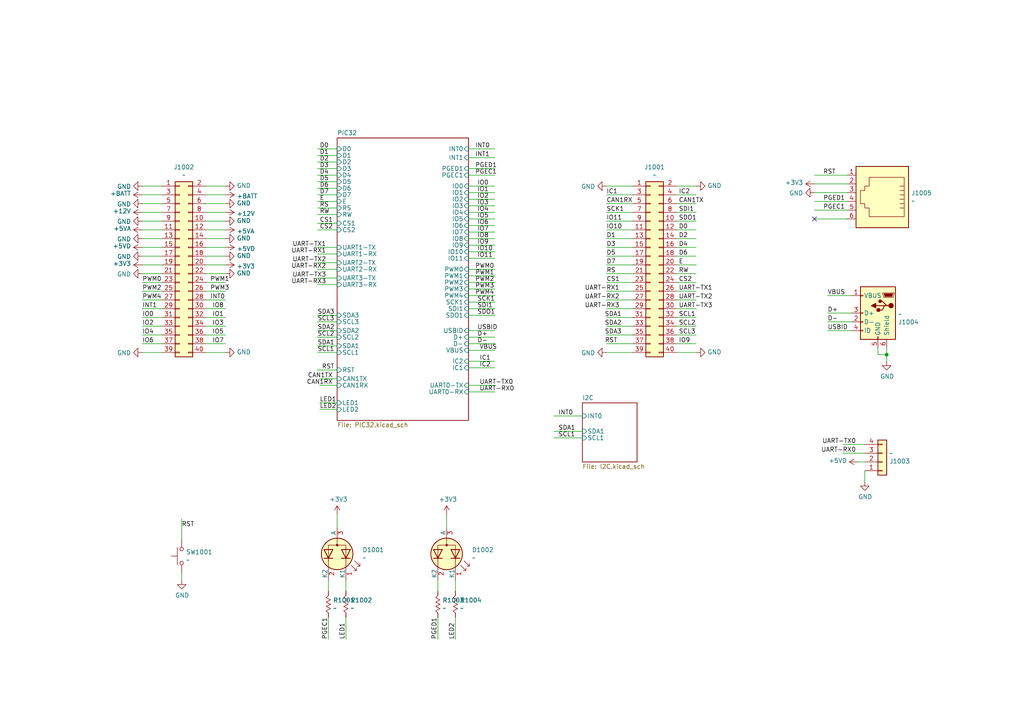
<source format=kicad_sch>
(kicad_sch (version 20211123) (generator eeschema)
  (paper "A4")
  (lib_symbols
    (symbol "CEN-SCHEMA:R" (pin_numbers hide) (pin_names (offset 0))
      (property "Reference" "R" (at -1.27 2.54 90))
      (property "Value" "R" (at 1.27 2.54 90))
      (symbol "R_0_1"
        (polyline (pts (xy 0 0) (xy -0.635 -0.635) (xy 0.635 -1.27) (xy -0.635 -1.905) (xy 0.635 -2.54) (xy -0.635 -3.175) (xy 0.635 -3.81) (xy 0.635 -3.81) (xy -0.635 -4.445) (xy 0 -5.08) (xy 0 -5.08)))
      )
      (symbol "R_1_1"
        (pin passive line (at 0 1.27 270) (length 1.27) (name "~") (number "1"))
        (pin passive line (at 0 -6.35 90) (length 1.27) (name "~") (number "2"))
      )
    )
    (symbol "Connector:RJ12" (pin_names (offset 1.016))
      (property "Reference" "J" (at -5.08 11.43 0))
      (property "Value" "RJ12" (at 2.54 11.43 0))
      (symbol "RJ12_0_1"
        (polyline (pts (xy -6.35 -1.905) (xy -5.08 -1.905) (xy -5.08 -1.905)))
        (polyline (pts (xy -6.35 -0.635) (xy -5.08 -0.635) (xy -5.08 -0.635)))
        (polyline (pts (xy -6.35 0.635) (xy -5.08 0.635) (xy -5.08 0.635)))
        (polyline (pts (xy -6.35 1.905) (xy -5.08 1.905) (xy -5.08 1.905)))
        (polyline (pts (xy -6.35 3.175) (xy -5.08 3.175) (xy -5.08 3.175)))
        (polyline (pts (xy -5.08 4.445) (xy -6.35 4.445) (xy -6.35 4.445)))
        (polyline (pts (xy -6.35 -4.445) (xy -6.35 6.985) (xy 3.81 6.985) (xy 3.81 4.445) (xy 5.08 4.445) (xy 5.08 3.175) (xy 6.35 3.175) (xy 6.35 -0.635) (xy 5.08 -0.635) (xy 5.08 -1.905) (xy 3.81 -1.905) (xy 3.81 -4.445) (xy -6.35 -4.445) (xy -6.35 -4.445)))
        (rectangle (start 7.62 10.16) (end -7.62 -7.62) (stroke (width 0.254)) (fill (type background)))
      )
      (symbol "RJ12_1_1"
        (pin passive line (at 10.16 -5.08 180) (length 2.54) (name "~") (number "1"))
        (pin passive line (at 10.16 -2.54 180) (length 2.54) (name "~") (number "2"))
        (pin passive line (at 10.16 0 180) (length 2.54) (name "~") (number "3"))
        (pin passive line (at 10.16 2.54 180) (length 2.54) (name "~") (number "4"))
        (pin passive line (at 10.16 5.08 180) (length 2.54) (name "~") (number "5"))
        (pin passive line (at 10.16 7.62 180) (length 2.54) (name "~") (number "6"))
      )
    )
    (symbol "Connector:USB_B_Mini" (pin_names (offset 1.016))
      (property "Reference" "J" (at -5.08 11.43 0))
      (property "Value" "USB_B_Mini" (at -5.08 8.89 0))
      (symbol "USB_B_Mini_0_1"
        (rectangle (start -5.08 -7.62) (end 5.08 7.62) (stroke (width 0.254)) (fill (type background)))
        (circle (center -3.81 2.159) (radius 0.635) (stroke (width 0.254)) (fill (type outline)))
        (circle (center -0.635 3.429) (radius 0.381) (stroke (width 0.254)) (fill (type outline)))
        (rectangle (start -0.127 -7.62) (end 0.127 -6.858))
        (polyline (pts (xy -1.905 2.159) (xy 0.635 2.159)) (stroke (width 0.254)))
        (polyline (pts (xy -3.175 2.159) (xy -2.54 2.159) (xy -1.27 3.429) (xy -0.635 3.429)) (stroke (width 0.254)))
        (polyline (pts (xy -2.54 2.159) (xy -1.905 2.159) (xy -1.27 0.889) (xy 0 0.889)) (stroke (width 0.254)))
        (polyline (pts (xy 0.635 2.794) (xy 0.635 1.524) (xy 1.905 2.159) (xy 0.635 2.794)) (stroke (width 0.254)) (fill (type outline)))
        (polyline (pts (xy -4.318 5.588) (xy -1.778 5.588) (xy -2.032 4.826) (xy -4.064 4.826) (xy -4.318 5.588)) (fill (type outline)))
        (polyline (pts (xy -4.699 5.842) (xy -4.699 5.588) (xy -4.445 4.826) (xy -4.445 4.572) (xy -1.651 4.572) (xy -1.651 4.826) (xy -1.397 5.588) (xy -1.397 5.842) (xy -4.699 5.842)))
        (rectangle (start 0.254 1.27) (end -0.508 0.508) (stroke (width 0.254)) (fill (type outline)))
        (rectangle (start 5.08 -5.207) (end 4.318 -4.953))
        (rectangle (start 5.08 -2.667) (end 4.318 -2.413))
        (rectangle (start 5.08 -0.127) (end 4.318 0.127))
        (rectangle (start 5.08 4.953) (end 4.318 5.207))
      )
      (symbol "USB_B_Mini_1_1"
        (pin power_out line (at 7.62 5.08 180) (length 2.54) (name "VBUS") (number "1"))
        (pin bidirectional line (at 7.62 -2.54 180) (length 2.54) (name "D-") (number "2"))
        (pin bidirectional line (at 7.62 0 180) (length 2.54) (name "D+") (number "3"))
        (pin passive line (at 7.62 -5.08 180) (length 2.54) (name "ID") (number "4"))
        (pin power_out line (at 0 -10.16 90) (length 2.54) (name "GND") (number "5"))
        (pin passive line (at -2.54 -10.16 90) (length 2.54) (name "Shield") (number "6"))
      )
    )
    (symbol "Connector_Generic:Conn_01x04" (pin_names (offset 1.016) hide)
      (property "Reference" "J" (at 0 5.08 0))
      (property "Value" "Conn_01x04" (at 0 -7.62 0))
      (symbol "Conn_01x04_1_1"
        (rectangle (start -1.27 -4.953) (end 0 -5.207) (stroke (width 0.1524)))
        (rectangle (start -1.27 -2.413) (end 0 -2.667) (stroke (width 0.1524)))
        (rectangle (start -1.27 0.127) (end 0 -0.127) (stroke (width 0.1524)))
        (rectangle (start -1.27 2.667) (end 0 2.413) (stroke (width 0.1524)))
        (rectangle (start -1.27 3.81) (end 1.27 -6.35) (stroke (width 0.254)) (fill (type background)))
        (pin passive line (at -5.08 2.54 0) (length 3.81) (name "Pin_1") (number "1"))
        (pin passive line (at -5.08 0 0) (length 3.81) (name "Pin_2") (number "2"))
        (pin passive line (at -5.08 -2.54 0) (length 3.81) (name "Pin_3") (number "3"))
        (pin passive line (at -5.08 -5.08 0) (length 3.81) (name "Pin_4") (number "4"))
      )
    )
    (symbol "Connector_Generic:Conn_02x20_Odd_Even" (pin_names (offset 1.016) hide)
      (property "Reference" "J" (at 1.27 25.4 0))
      (property "Value" "Conn_02x20_Odd_Even" (at 1.27 -27.94 0))
      (symbol "Conn_02x20_Odd_Even_1_1"
        (rectangle (start -1.27 -25.273) (end 0 -25.527) (stroke (width 0.1524)))
        (rectangle (start -1.27 -22.733) (end 0 -22.987) (stroke (width 0.1524)))
        (rectangle (start -1.27 -20.193) (end 0 -20.447) (stroke (width 0.1524)))
        (rectangle (start -1.27 -17.653) (end 0 -17.907) (stroke (width 0.1524)))
        (rectangle (start -1.27 -15.113) (end 0 -15.367) (stroke (width 0.1524)))
        (rectangle (start -1.27 -12.573) (end 0 -12.827) (stroke (width 0.1524)))
        (rectangle (start -1.27 -10.033) (end 0 -10.287) (stroke (width 0.1524)))
        (rectangle (start -1.27 -7.493) (end 0 -7.747) (stroke (width 0.1524)))
        (rectangle (start -1.27 -4.953) (end 0 -5.207) (stroke (width 0.1524)))
        (rectangle (start -1.27 -2.413) (end 0 -2.667) (stroke (width 0.1524)))
        (rectangle (start -1.27 0.127) (end 0 -0.127) (stroke (width 0.1524)))
        (rectangle (start -1.27 2.667) (end 0 2.413) (stroke (width 0.1524)))
        (rectangle (start -1.27 5.207) (end 0 4.953) (stroke (width 0.1524)))
        (rectangle (start -1.27 7.747) (end 0 7.493) (stroke (width 0.1524)))
        (rectangle (start -1.27 10.287) (end 0 10.033) (stroke (width 0.1524)))
        (rectangle (start -1.27 12.827) (end 0 12.573) (stroke (width 0.1524)))
        (rectangle (start -1.27 15.367) (end 0 15.113) (stroke (width 0.1524)))
        (rectangle (start -1.27 17.907) (end 0 17.653) (stroke (width 0.1524)))
        (rectangle (start -1.27 20.447) (end 0 20.193) (stroke (width 0.1524)))
        (rectangle (start -1.27 22.987) (end 0 22.733) (stroke (width 0.1524)))
        (rectangle (start -1.27 24.13) (end 3.81 -26.67) (stroke (width 0.254)) (fill (type background)))
        (rectangle (start 3.81 -25.273) (end 2.54 -25.527) (stroke (width 0.1524)))
        (rectangle (start 3.81 -22.733) (end 2.54 -22.987) (stroke (width 0.1524)))
        (rectangle (start 3.81 -20.193) (end 2.54 -20.447) (stroke (width 0.1524)))
        (rectangle (start 3.81 -17.653) (end 2.54 -17.907) (stroke (width 0.1524)))
        (rectangle (start 3.81 -15.113) (end 2.54 -15.367) (stroke (width 0.1524)))
        (rectangle (start 3.81 -12.573) (end 2.54 -12.827) (stroke (width 0.1524)))
        (rectangle (start 3.81 -10.033) (end 2.54 -10.287) (stroke (width 0.1524)))
        (rectangle (start 3.81 -7.493) (end 2.54 -7.747) (stroke (width 0.1524)))
        (rectangle (start 3.81 -4.953) (end 2.54 -5.207) (stroke (width 0.1524)))
        (rectangle (start 3.81 -2.413) (end 2.54 -2.667) (stroke (width 0.1524)))
        (rectangle (start 3.81 0.127) (end 2.54 -0.127) (stroke (width 0.1524)))
        (rectangle (start 3.81 2.667) (end 2.54 2.413) (stroke (width 0.1524)))
        (rectangle (start 3.81 5.207) (end 2.54 4.953) (stroke (width 0.1524)))
        (rectangle (start 3.81 7.747) (end 2.54 7.493) (stroke (width 0.1524)))
        (rectangle (start 3.81 10.287) (end 2.54 10.033) (stroke (width 0.1524)))
        (rectangle (start 3.81 12.827) (end 2.54 12.573) (stroke (width 0.1524)))
        (rectangle (start 3.81 15.367) (end 2.54 15.113) (stroke (width 0.1524)))
        (rectangle (start 3.81 17.907) (end 2.54 17.653) (stroke (width 0.1524)))
        (rectangle (start 3.81 20.447) (end 2.54 20.193) (stroke (width 0.1524)))
        (rectangle (start 3.81 22.987) (end 2.54 22.733) (stroke (width 0.1524)))
        (pin passive line (at -5.08 22.86 0) (length 3.81) (name "Pin_1") (number "1"))
        (pin passive line (at 7.62 12.7 180) (length 3.81) (name "Pin_10") (number "10"))
        (pin passive line (at -5.08 10.16 0) (length 3.81) (name "Pin_11") (number "11"))
        (pin passive line (at 7.62 10.16 180) (length 3.81) (name "Pin_12") (number "12"))
        (pin passive line (at -5.08 7.62 0) (length 3.81) (name "Pin_13") (number "13"))
        (pin passive line (at 7.62 7.62 180) (length 3.81) (name "Pin_14") (number "14"))
        (pin passive line (at -5.08 5.08 0) (length 3.81) (name "Pin_15") (number "15"))
        (pin passive line (at 7.62 5.08 180) (length 3.81) (name "Pin_16") (number "16"))
        (pin passive line (at -5.08 2.54 0) (length 3.81) (name "Pin_17") (number "17"))
        (pin passive line (at 7.62 2.54 180) (length 3.81) (name "Pin_18") (number "18"))
        (pin passive line (at -5.08 0 0) (length 3.81) (name "Pin_19") (number "19"))
        (pin passive line (at 7.62 22.86 180) (length 3.81) (name "Pin_2") (number "2"))
        (pin passive line (at 7.62 0 180) (length 3.81) (name "Pin_20") (number "20"))
        (pin passive line (at -5.08 -2.54 0) (length 3.81) (name "Pin_21") (number "21"))
        (pin passive line (at 7.62 -2.54 180) (length 3.81) (name "Pin_22") (number "22"))
        (pin passive line (at -5.08 -5.08 0) (length 3.81) (name "Pin_23") (number "23"))
        (pin passive line (at 7.62 -5.08 180) (length 3.81) (name "Pin_24") (number "24"))
        (pin passive line (at -5.08 -7.62 0) (length 3.81) (name "Pin_25") (number "25"))
        (pin passive line (at 7.62 -7.62 180) (length 3.81) (name "Pin_26") (number "26"))
        (pin passive line (at -5.08 -10.16 0) (length 3.81) (name "Pin_27") (number "27"))
        (pin passive line (at 7.62 -10.16 180) (length 3.81) (name "Pin_28") (number "28"))
        (pin passive line (at -5.08 -12.7 0) (length 3.81) (name "Pin_29") (number "29"))
        (pin passive line (at -5.08 20.32 0) (length 3.81) (name "Pin_3") (number "3"))
        (pin passive line (at 7.62 -12.7 180) (length 3.81) (name "Pin_30") (number "30"))
        (pin passive line (at -5.08 -15.24 0) (length 3.81) (name "Pin_31") (number "31"))
        (pin passive line (at 7.62 -15.24 180) (length 3.81) (name "Pin_32") (number "32"))
        (pin passive line (at -5.08 -17.78 0) (length 3.81) (name "Pin_33") (number "33"))
        (pin passive line (at 7.62 -17.78 180) (length 3.81) (name "Pin_34") (number "34"))
        (pin passive line (at -5.08 -20.32 0) (length 3.81) (name "Pin_35") (number "35"))
        (pin passive line (at 7.62 -20.32 180) (length 3.81) (name "Pin_36") (number "36"))
        (pin passive line (at -5.08 -22.86 0) (length 3.81) (name "Pin_37") (number "37"))
        (pin passive line (at 7.62 -22.86 180) (length 3.81) (name "Pin_38") (number "38"))
        (pin passive line (at -5.08 -25.4 0) (length 3.81) (name "Pin_39") (number "39"))
        (pin passive line (at 7.62 20.32 180) (length 3.81) (name "Pin_4") (number "4"))
        (pin passive line (at 7.62 -25.4 180) (length 3.81) (name "Pin_40") (number "40"))
        (pin passive line (at -5.08 17.78 0) (length 3.81) (name "Pin_5") (number "5"))
        (pin passive line (at 7.62 17.78 180) (length 3.81) (name "Pin_6") (number "6"))
        (pin passive line (at -5.08 15.24 0) (length 3.81) (name "Pin_7") (number "7"))
        (pin passive line (at 7.62 15.24 180) (length 3.81) (name "Pin_8") (number "8"))
        (pin passive line (at -5.08 12.7 0) (length 3.81) (name "Pin_9") (number "9"))
      )
    )
    (symbol "Device:LED_Dual_KKA" (pin_names (offset 0))
      (property "Reference" "D" (at 0 5.715 0))
      (property "Value" "LED_Dual_KKA" (at 0 -6.35 0))
      (symbol "LED_Dual_KKA_0_1"
        (circle (center -2.54 0) (radius 0.2794) (fill (type outline)))
        (polyline (pts (xy -4.572 0) (xy -2.54 0)))
        (polyline (pts (xy 1.27 -1.27) (xy 1.27 -3.81)) (stroke (width 0.254)))
        (polyline (pts (xy 1.27 3.81) (xy 1.27 1.27)) (stroke (width 0.254)))
        (polyline (pts (xy 3.81 -2.54) (xy 1.905 -2.54)))
        (polyline (pts (xy 3.81 2.54) (xy 1.905 2.54)))
        (polyline (pts (xy -1.27 -1.27) (xy -1.27 -3.81) (xy 1.27 -2.54) (xy -1.27 -1.27)) (stroke (width 0.254)))
        (polyline (pts (xy -1.27 3.81) (xy -1.27 1.27) (xy 1.27 2.54) (xy -1.27 3.81)) (stroke (width 0.254)))
        (polyline (pts (xy 2.032 2.54) (xy -2.54 2.54) (xy -2.54 -2.54) (xy 2.032 -2.54)))
        (polyline (pts (xy 2.032 5.08) (xy 3.556 6.604) (xy 2.794 6.604) (xy 3.556 6.604) (xy 3.556 5.842)))
        (polyline (pts (xy 3.302 4.064) (xy 4.826 5.588) (xy 4.064 5.588) (xy 4.826 5.588) (xy 4.826 4.826)))
        (circle (center 0 0) (radius 4.572) (stroke (width 0.254)) (fill (type background)))
      )
      (symbol "LED_Dual_KKA_1_1"
        (pin input line (at 7.62 2.54 180) (length 3.81) (name "K1") (number "1"))
        (pin input line (at 7.62 -2.54 180) (length 3.81) (name "K2") (number "2"))
        (pin input line (at -7.62 0 0) (length 3.048) (name "A") (number "3"))
      )
    )
    (symbol "Switch:SW_Push" (pin_numbers hide) (pin_names (offset 1.016) hide)
      (property "Reference" "SW" (at 1.27 2.54 0))
      (property "Value" "SW_Push" (at 0 -1.524 0))
      (symbol "SW_Push_0_1"
        (circle (center -2.032 0) (radius 0.508))
        (polyline (pts (xy 0 1.27) (xy 0 3.048)))
        (polyline (pts (xy 2.54 1.27) (xy -2.54 1.27)))
        (circle (center 2.032 0) (radius 0.508))
        (pin passive line (at -5.08 0 0) (length 2.54) (name "1") (number "1"))
        (pin passive line (at 5.08 0 180) (length 2.54) (name "2") (number "2"))
      )
    )
    (symbol "power:+12V" (power) (pin_names (offset 0))
      (property "Value" "+12V" (at 0 3.556 0))
      (symbol "+12V_0_1"
        (polyline (pts (xy -0.762 1.27) (xy 0 2.54)))
        (polyline (pts (xy 0 0) (xy 0 2.54)))
        (polyline (pts (xy 0 2.54) (xy 0.762 1.27)))
      )
      (symbol "+12V_1_1"
        (pin power_in line (at 0 0 90) (length 0) hide (name "+12V") (number "1"))
      )
    )
    (symbol "power:+3.3V" (power) (pin_names (offset 0))
      (property "Value" "+3.3V" (at 0 3.556 0))
      (symbol "+3.3V_0_1"
        (polyline (pts (xy -0.762 1.27) (xy 0 2.54)))
        (polyline (pts (xy 0 0) (xy 0 2.54)))
        (polyline (pts (xy 0 2.54) (xy 0.762 1.27)))
      )
      (symbol "+3.3V_1_1"
        (pin power_in line (at 0 0 90) (length 0) hide (name "+3V3") (number "1"))
      )
    )
    (symbol "power:+5VA" (power) (pin_names (offset 0))
      (property "Value" "+5VA" (at 0 3.556 0))
      (symbol "+5VA_0_1"
        (polyline (pts (xy -0.762 1.27) (xy 0 2.54)))
        (polyline (pts (xy 0 0) (xy 0 2.54)))
        (polyline (pts (xy 0 2.54) (xy 0.762 1.27)))
      )
      (symbol "+5VA_1_1"
        (pin power_in line (at 0 0 90) (length 0) hide (name "+5VA") (number "1"))
      )
    )
    (symbol "power:+5VD" (power) (pin_names (offset 0))
      (property "Value" "+5VD" (at 0 3.556 0))
      (symbol "+5VD_0_1"
        (polyline (pts (xy -0.762 1.27) (xy 0 2.54)))
        (polyline (pts (xy 0 0) (xy 0 2.54)))
        (polyline (pts (xy 0 2.54) (xy 0.762 1.27)))
      )
      (symbol "+5VD_1_1"
        (pin power_in line (at 0 0 90) (length 0) hide (name "+5VD") (number "1"))
      )
    )
    (symbol "power:+BATT" (power) (pin_names (offset 0))
      (property "Value" "+BATT" (at 0 3.556 0))
      (symbol "+BATT_0_1"
        (polyline (pts (xy -0.762 1.27) (xy 0 2.54)))
        (polyline (pts (xy 0 0) (xy 0 2.54)))
        (polyline (pts (xy 0 2.54) (xy 0.762 1.27)))
      )
      (symbol "+BATT_1_1"
        (pin power_in line (at 0 0 90) (length 0) hide (name "+BATT") (number "1"))
      )
    )
    (symbol "power:GND" (power) (pin_names (offset 0))
      (property "Value" "GND" (at 0 -3.81 0))
      (symbol "GND_0_1"
        (polyline (pts (xy 0 0) (xy 0 -1.27) (xy 1.27 -1.27) (xy 0 -2.54) (xy -1.27 -1.27) (xy 0 -1.27)))
      )
      (symbol "GND_1_1"
        (pin power_in line (at 0 0 270) (length 0) hide (name "GND") (number "1"))
      )
    )
  )
  (junction (at 257.175 102.87))
  (no_connect (at 236.22 63.5))
  (wire (pts (xy 135.89 78.105) (xy 143.51 78.105)))
  (wire (pts (xy 201.93 92.075) (xy 196.215 92.075)))
  (wire (pts (xy 92.075 56.515) (xy 97.79 56.515)))
  (wire (pts (xy 46.99 53.975) (xy 41.275 53.975)))
  (wire (pts (xy 183.515 71.755) (xy 175.895 71.755)))
  (wire (pts (xy 143.51 99.695) (xy 135.89 99.695)))
  (wire (pts (xy 129.54 153.035) (xy 129.54 149.225)))
  (wire (pts (xy 135.89 71.12) (xy 143.51 71.12)))
  (wire (pts (xy 183.515 84.455) (xy 175.895 84.455)))
  (wire (pts (xy 92.075 58.42) (xy 97.79 58.42)))
  (wire (pts (xy 135.89 83.82) (xy 143.51 83.82)))
  (wire (pts (xy 247.015 95.885) (xy 240.03 95.885)))
  (wire (pts (xy 143.51 106.68) (xy 135.89 106.68)))
  (wire (pts (xy 92.075 71.755) (xy 97.79 71.755)))
  (wire (pts (xy 183.515 102.235) (xy 175.895 102.235)))
  (wire (pts (xy 183.515 99.695) (xy 175.895 99.695)))
  (wire (pts (xy 183.515 53.975) (xy 175.895 53.975)))
  (wire (pts (xy 201.93 56.515) (xy 196.215 56.515)))
  (wire (pts (xy 46.99 59.055) (xy 41.275 59.055)))
  (wire (pts (xy 201.93 81.915) (xy 196.215 81.915)))
  (wire (pts (xy 183.515 89.535) (xy 175.895 89.535)))
  (wire (pts (xy 257.175 102.87) (xy 257.175 100.965)))
  (wire (pts (xy 95.25 179.07) (xy 95.25 185.42)))
  (wire (pts (xy 92.075 82.55) (xy 97.79 82.55)))
  (wire (pts (xy 247.015 85.725) (xy 240.03 85.725)))
  (wire (pts (xy 95.25 168.275) (xy 95.25 171.45)))
  (wire (pts (xy 65.405 71.755) (xy 59.69 71.755)))
  (wire (pts (xy 46.99 84.455) (xy 41.275 84.455)))
  (wire (pts (xy 46.99 71.755) (xy 41.275 71.755)))
  (wire (pts (xy 65.405 64.135) (xy 59.69 64.135)))
  (wire (pts (xy 92.075 62.23) (xy 97.79 62.23)))
  (wire (pts (xy 183.515 97.155) (xy 175.895 97.155)))
  (wire (pts (xy 236.22 58.42) (xy 245.745 58.42)))
  (wire (pts (xy 97.79 107.315) (xy 92.075 107.315)))
  (wire (pts (xy 201.93 102.235) (xy 196.215 102.235)))
  (wire (pts (xy 257.175 102.87) (xy 257.175 104.775)))
  (wire (pts (xy 52.705 166.37) (xy 52.705 168.275)))
  (wire (pts (xy 46.99 69.215) (xy 41.275 69.215)))
  (wire (pts (xy 135.89 65.405) (xy 143.51 65.405)))
  (wire (pts (xy 143.51 43.18) (xy 135.89 43.18)))
  (wire (pts (xy 92.71 111.76) (xy 97.79 111.76)))
  (wire (pts (xy 65.405 81.915) (xy 59.69 81.915)))
  (wire (pts (xy 201.93 86.995) (xy 196.215 86.995)))
  (wire (pts (xy 65.405 69.215) (xy 59.69 69.215)))
  (wire (pts (xy 236.22 55.88) (xy 245.745 55.88)))
  (wire (pts (xy 46.99 61.595) (xy 41.275 61.595)))
  (wire (pts (xy 92.075 97.79) (xy 97.79 97.79)))
  (wire (pts (xy 135.89 69.215) (xy 143.51 69.215)))
  (wire (pts (xy 175.895 79.375) (xy 183.515 79.375)))
  (wire (pts (xy 92.075 52.705) (xy 97.79 52.705)))
  (wire (pts (xy 143.51 45.72) (xy 135.89 45.72)))
  (wire (pts (xy 92.075 46.99) (xy 97.79 46.99)))
  (wire (pts (xy 135.89 63.5) (xy 143.51 63.5)))
  (wire (pts (xy 183.515 69.215) (xy 175.895 69.215)))
  (wire (pts (xy 183.515 74.295) (xy 175.895 74.295)))
  (wire (pts (xy 143.51 101.6) (xy 135.89 101.6)))
  (wire (pts (xy 46.99 99.695) (xy 41.275 99.695)))
  (wire (pts (xy 127 168.275) (xy 127 171.45)))
  (wire (pts (xy 65.405 61.595) (xy 59.69 61.595)))
  (wire (pts (xy 65.405 99.695) (xy 59.69 99.695)))
  (wire (pts (xy 92.075 73.66) (xy 97.79 73.66)))
  (wire (pts (xy 236.22 50.8) (xy 245.745 50.8)))
  (wire (pts (xy 143.51 74.93) (xy 135.89 74.93)))
  (wire (pts (xy 46.99 64.135) (xy 41.275 64.135)))
  (wire (pts (xy 135.89 55.88) (xy 143.51 55.88)))
  (wire (pts (xy 183.515 66.675) (xy 175.895 66.675)))
  (wire (pts (xy 100.33 168.275) (xy 100.33 171.45)))
  (wire (pts (xy 236.22 53.34) (xy 245.745 53.34)))
  (wire (pts (xy 201.93 74.295) (xy 196.215 74.295)))
  (wire (pts (xy 46.99 97.155) (xy 41.275 97.155)))
  (wire (pts (xy 92.075 93.345) (xy 97.79 93.345)))
  (wire (pts (xy 247.015 93.345) (xy 240.03 93.345)))
  (wire (pts (xy 65.405 84.455) (xy 59.69 84.455)))
  (wire (pts (xy 201.93 99.695) (xy 196.215 99.695)))
  (wire (pts (xy 135.89 81.915) (xy 143.51 81.915)))
  (wire (pts (xy 183.515 92.075) (xy 175.895 92.075)))
  (wire (pts (xy 135.89 61.595) (xy 143.51 61.595)))
  (wire (pts (xy 236.22 60.96) (xy 245.745 60.96)))
  (wire (pts (xy 143.51 50.8) (xy 135.89 50.8)))
  (wire (pts (xy 183.515 56.515) (xy 175.895 56.515)))
  (wire (pts (xy 46.99 86.995) (xy 41.275 86.995)))
  (wire (pts (xy 183.515 76.835) (xy 175.895 76.835)))
  (wire (pts (xy 135.89 95.885) (xy 143.51 95.885)))
  (wire (pts (xy 201.93 84.455) (xy 196.215 84.455)))
  (wire (pts (xy 65.405 53.975) (xy 59.69 53.975)))
  (wire (pts (xy 65.405 86.995) (xy 59.69 86.995)))
  (wire (pts (xy 143.51 87.63) (xy 135.89 87.63)))
  (wire (pts (xy 65.405 56.515) (xy 59.69 56.515)))
  (wire (pts (xy 92.075 91.44) (xy 97.79 91.44)))
  (wire (pts (xy 201.93 69.215) (xy 196.215 69.215)))
  (wire (pts (xy 65.405 102.235) (xy 59.69 102.235)))
  (wire (pts (xy 201.93 59.055) (xy 196.215 59.055)))
  (wire (pts (xy 160.655 120.65) (xy 168.91 120.65)))
  (wire (pts (xy 135.89 80.01) (xy 143.51 80.01)))
  (wire (pts (xy 254.635 100.965) (xy 254.635 102.87)))
  (wire (pts (xy 135.89 59.69) (xy 143.51 59.69)))
  (wire (pts (xy 46.99 94.615) (xy 41.275 94.615)))
  (wire (pts (xy 254.635 102.87) (xy 257.175 102.87)))
  (wire (pts (xy 92.71 109.855) (xy 97.79 109.855)))
  (wire (pts (xy 250.825 136.525) (xy 250.825 139.7)))
  (wire (pts (xy 160.655 127) (xy 168.91 127)))
  (wire (pts (xy 135.89 67.31) (xy 143.51 67.31)))
  (wire (pts (xy 250.825 131.445) (xy 244.475 131.445)))
  (wire (pts (xy 46.99 66.675) (xy 41.275 66.675)))
  (wire (pts (xy 92.075 48.895) (xy 97.79 48.895)))
  (wire (pts (xy 143.51 113.665) (xy 135.89 113.665)))
  (wire (pts (xy 201.93 94.615) (xy 196.215 94.615)))
  (wire (pts (xy 46.99 74.295) (xy 41.275 74.295)))
  (wire (pts (xy 46.99 102.235) (xy 41.275 102.235)))
  (wire (pts (xy 65.405 79.375) (xy 59.69 79.375)))
  (wire (pts (xy 201.93 89.535) (xy 196.215 89.535)))
  (wire (pts (xy 201.93 79.375) (xy 196.215 79.375)))
  (wire (pts (xy 46.99 56.515) (xy 41.275 56.515)))
  (wire (pts (xy 135.89 97.79) (xy 143.51 97.79)))
  (wire (pts (xy 135.89 85.725) (xy 143.51 85.725)))
  (wire (pts (xy 46.99 79.375) (xy 41.275 79.375)))
  (wire (pts (xy 92.71 118.745) (xy 97.79 118.745)))
  (wire (pts (xy 183.515 61.595) (xy 175.895 61.595)))
  (wire (pts (xy 236.22 63.5) (xy 245.745 63.5)))
  (wire (pts (xy 201.93 97.155) (xy 196.215 97.155)))
  (wire (pts (xy 183.515 86.995) (xy 175.895 86.995)))
  (wire (pts (xy 160.655 125.095) (xy 168.91 125.095)))
  (wire (pts (xy 183.515 81.915) (xy 175.895 81.915)))
  (wire (pts (xy 46.99 92.075) (xy 41.275 92.075)))
  (wire (pts (xy 65.405 59.055) (xy 59.69 59.055)))
  (wire (pts (xy 92.075 50.8) (xy 97.79 50.8)))
  (wire (pts (xy 201.93 76.835) (xy 196.215 76.835)))
  (wire (pts (xy 201.93 71.755) (xy 196.215 71.755)))
  (wire (pts (xy 183.515 64.135) (xy 175.895 64.135)))
  (wire (pts (xy 92.075 95.885) (xy 97.79 95.885)))
  (wire (pts (xy 183.515 59.055) (xy 175.895 59.055)))
  (wire (pts (xy 92.075 64.77) (xy 97.79 64.77)))
  (wire (pts (xy 65.405 94.615) (xy 59.69 94.615)))
  (wire (pts (xy 92.075 43.18) (xy 97.79 43.18)))
  (wire (pts (xy 135.89 111.76) (xy 143.51 111.76)))
  (wire (pts (xy 143.51 89.535) (xy 135.89 89.535)))
  (wire (pts (xy 52.705 156.21) (xy 52.705 150.495)))
  (wire (pts (xy 65.405 76.835) (xy 59.69 76.835)))
  (wire (pts (xy 143.51 73.025) (xy 135.89 73.025)))
  (wire (pts (xy 65.405 92.075) (xy 59.69 92.075)))
  (wire (pts (xy 201.93 66.675) (xy 196.215 66.675)))
  (wire (pts (xy 250.825 128.905) (xy 244.475 128.905)))
  (wire (pts (xy 201.93 53.975) (xy 196.215 53.975)))
  (wire (pts (xy 92.075 76.2) (xy 97.79 76.2)))
  (wire (pts (xy 92.075 54.61) (xy 97.79 54.61)))
  (wire (pts (xy 65.405 97.155) (xy 59.69 97.155)))
  (wire (pts (xy 201.93 61.595) (xy 196.215 61.595)))
  (wire (pts (xy 100.33 179.07) (xy 100.33 185.42)))
  (wire (pts (xy 183.515 94.615) (xy 175.895 94.615)))
  (wire (pts (xy 46.99 76.835) (xy 41.275 76.835)))
  (wire (pts (xy 65.405 89.535) (xy 59.69 89.535)))
  (wire (pts (xy 92.075 100.33) (xy 97.79 100.33)))
  (wire (pts (xy 135.89 57.785) (xy 143.51 57.785)))
  (wire (pts (xy 97.79 153.035) (xy 97.79 149.225)))
  (wire (pts (xy 143.51 91.44) (xy 135.89 91.44)))
  (wire (pts (xy 92.075 78.105) (xy 97.79 78.105)))
  (wire (pts (xy 132.08 179.07) (xy 132.08 185.42)))
  (wire (pts (xy 92.71 116.84) (xy 97.79 116.84)))
  (wire (pts (xy 201.93 64.135) (xy 196.215 64.135)))
  (wire (pts (xy 135.89 48.895) (xy 143.51 48.895)))
  (wire (pts (xy 247.015 90.805) (xy 240.03 90.805)))
  (wire (pts (xy 132.08 168.275) (xy 132.08 171.45)))
  (wire (pts (xy 65.405 74.295) (xy 59.69 74.295)))
  (wire (pts (xy 46.99 81.915) (xy 41.275 81.915)))
  (wire (pts (xy 143.51 104.775) (xy 135.89 104.775)))
  (wire (pts (xy 65.405 66.675) (xy 59.69 66.675)))
  (wire (pts (xy 92.075 80.645) (xy 97.79 80.645)))
  (wire (pts (xy 92.075 45.085) (xy 97.79 45.085)))
  (wire (pts (xy 92.075 102.235) (xy 97.79 102.235)))
  (wire (pts (xy 92.075 60.325) (xy 97.79 60.325)))
  (wire (pts (xy 135.89 53.975) (xy 143.51 53.975)))
  (wire (pts (xy 92.075 66.675) (xy 97.79 66.675)))
  (wire (pts (xy 127 179.07) (xy 127 185.42)))
  (wire (pts (xy 46.99 89.535) (xy 41.275 89.535)))
  (wire (pts (xy 250.825 133.985) (xy 248.92 133.985)))
  (label "IO3" (at 138.43 59.69 0))
  (label "IO3" (at 61.595 94.615 0))
  (label "RW" (at 196.85 79.375 0))
  (label "SCL1" (at 161.925 127 0))
  (label "IO11" (at 175.895 64.135 0))
  (label "IC2" (at 139.065 106.68 0))
  (label "IC2" (at 196.85 56.515 0))
  (label "UART-TX0" (at 248.285 128.905 180))
  (label "SDA2" (at 92.075 95.885 0))
  (label "PGED1" (at 137.795 48.895 0))
  (label "USBID" (at 138.43 95.885 0))
  (label "SCL2" (at 196.85 94.615 0))
  (label "RST" (at 93.345 107.315 0))
  (label "CS1" (at 175.895 81.915 0))
  (label "D5" (at 175.895 74.295 0))
  (label "UART-RX1" (at 94.615 73.66 180))
  (label "LED1" (at 100.33 185.42 90))
  (label "CAN1RX" (at 175.895 59.055 0))
  (label "SCL1" (at 92.075 102.235 0))
  (label "D3" (at 175.895 71.755 0))
  (label "UART-TX2" (at 196.85 86.995 0))
  (label "IO7" (at 138.43 67.31 0))
  (label "IC1" (at 175.895 56.515 0))
  (label "PGEC1" (at 95.25 185.42 90))
  (label "D1" (at 92.71 45.085 0))
  (label "D3" (at 92.71 48.895 0))
  (label "IO6" (at 138.43 65.405 0))
  (label "INT0" (at 161.925 120.65 0))
  (label "IO9" (at 138.43 71.12 0))
  (label "INT1" (at 137.795 45.72 0))
  (label "D0" (at 196.85 66.675 0))
  (label "D7" (at 175.895 76.835 0))
  (label "PWM2" (at 41.275 84.455 0))
  (label "D2" (at 92.71 46.99 0))
  (label "CAN1RX" (at 96.52 111.76 180))
  (label "D-" (at 240.03 93.345 0))
  (label "SCL3" (at 196.85 97.155 0))
  (label "VBUS" (at 139.065 101.6 0))
  (label "UART-RX0" (at 139.065 113.665 0))
  (label "IO1" (at 138.43 55.88 0))
  (label "E" (at 196.85 76.835 0))
  (label "INT0" (at 137.795 43.18 0))
  (label "VBUS" (at 240.03 85.725 0))
  (label "UART-TX0" (at 139.065 111.76 0))
  (label "SCL3" (at 92.075 93.345 0))
  (label "IO0" (at 41.275 92.075 0))
  (label "PWM3" (at 60.96 84.455 0))
  (label "INT0" (at 60.96 86.995 0))
  (label "D4" (at 196.85 71.755 0))
  (label "IO4" (at 138.43 61.595 0))
  (label "RS" (at 175.895 79.375 0))
  (label "D4" (at 92.71 50.8 0))
  (label "IO10" (at 138.43 73.025 0))
  (label "SDO1" (at 138.43 91.44 0))
  (label "IO2" (at 138.43 57.785 0))
  (label "PWM4" (at 137.795 85.725 0))
  (label "LED1" (at 92.71 116.84 0))
  (label "D+" (at 240.03 90.805 0))
  (label "CS2" (at 92.71 66.675 0))
  (label "UART-RX3" (at 94.615 82.55 180))
  (label "UART-TX3" (at 196.85 89.535 0))
  (label "D6" (at 196.85 74.295 0))
  (label "SDI1" (at 196.85 61.595 0))
  (label "UART-RX0" (at 248.285 131.445 180))
  (label "PGED1" (at 238.76 58.42 0))
  (label "SCK1" (at 138.43 87.63 0))
  (label "SDA1" (at 92.075 100.33 0))
  (label "SCK1" (at 175.895 61.595 0))
  (label "UART-RX2" (at 94.615 78.105 180))
  (label "SDA1" (at 180.34 92.075 180))
  (label "RW" (at 92.71 62.23 0))
  (label "PWM1" (at 60.96 81.915 0))
  (label "RST" (at 52.705 153.035 0))
  (label "UART-RX2" (at 179.705 86.995 180))
  (label "LED2" (at 92.71 118.745 0))
  (label "IO6" (at 41.275 99.695 0))
  (label "IO10" (at 175.895 66.675 0))
  (label "SDA3" (at 92.075 91.44 0))
  (label "CAN1TX" (at 196.85 59.055 0))
  (label "LED2" (at 132.08 185.42 90))
  (label "SCL1" (at 196.85 92.075 0))
  (label "INT1" (at 41.275 89.535 0))
  (label "SCL2" (at 92.075 97.79 0))
  (label "IO2" (at 41.275 94.615 0))
  (label "SDI1" (at 138.43 89.535 0))
  (label "D-" (at 138.43 99.695 0))
  (label "IO4" (at 41.275 97.155 0))
  (label "IO9" (at 196.85 99.695 0))
  (label "D6" (at 92.71 54.61 0))
  (label "PWM0" (at 137.795 78.105 0))
  (label "CAN1TX" (at 96.52 109.855 180))
  (label "IO11" (at 138.43 74.93 0))
  (label "UART-TX2" (at 94.615 76.2 180))
  (label "PWM2" (at 137.795 81.915 0))
  (label "IC1" (at 139.065 104.775 0))
  (label "PWM0" (at 41.275 81.915 0))
  (label "SDA1" (at 161.925 125.095 0))
  (label "PWM4" (at 41.275 86.995 0))
  (label "D5" (at 92.71 52.705 0))
  (label "PGED1" (at 127 185.42 90))
  (label "D+" (at 138.43 97.79 0))
  (label "UART-TX3" (at 94.615 80.645 180))
  (label "IO8" (at 138.43 69.215 0))
  (label "SDA3" (at 180.34 97.155 180))
  (label "IO5" (at 61.595 97.155 0))
  (label "UART-RX1" (at 179.705 84.455 180))
  (label "IO5" (at 138.43 63.5 0))
  (label "SDO1" (at 196.85 64.135 0))
  (label "IO8" (at 61.595 89.535 0))
  (label "PWM1" (at 137.795 80.01 0))
  (label "SDA2" (at 180.34 94.615 180))
  (label "RS" (at 92.71 60.325 0))
  (label "IO7" (at 61.595 99.695 0))
  (label "PGEC1" (at 137.795 50.8 0))
  (label "CS2" (at 196.85 81.915 0))
  (label "D0" (at 92.71 43.18 0))
  (label "IO1" (at 61.595 92.075 0))
  (label "RST" (at 179.07 99.695 180))
  (label "IO0" (at 138.43 53.975 0))
  (label "PGEC1" (at 238.76 60.96 0))
  (label "D7" (at 92.71 56.515 0))
  (label "UART-RX3" (at 179.705 89.535 180))
  (label "CS1" (at 92.71 64.77 0))
  (label "RST" (at 238.76 50.8 0))
  (label "UART-TX1" (at 94.615 71.755 180))
  (label "PWM3" (at 137.795 83.82 0))
  (label "UART-TX1" (at 196.85 84.455 0))
  (label "USBID" (at 240.03 95.885 0))
  (label "D2" (at 196.85 69.215 0))
  (label "D1" (at 175.895 69.215 0))
  (label "E" (at 92.71 58.42 0))
  (symbol (lib_id "Connector_Generic:Conn_02x20_Odd_Even") (at 188.595 76.835 0) (unit 1)
    (property "Reference" "J1001" (at 189.865 48.4632 0))
    (property "Value" "~" (at 189.865 50.7746 0))
  )
  (symbol (lib_id "Connector_Generic:Conn_02x20_Odd_Even") (at 52.07 76.835 0) (unit 1)
    (property "Reference" "J1002" (at 53.34 48.4632 0))
    (property "Value" "~" (at 53.34 50.7746 0))
  )
  (symbol (lib_id "power:GND") (at 65.405 53.975 90) (unit 1)
    (property "Reference" "#PWR0101" (effects hide))
    (property "Value" "~" (at 68.6562 53.848 90) (effects (justify right)))
  )
  (symbol (lib_id "power:GND") (at 65.405 59.055 90) (unit 1)
    (property "Reference" "#PWR0102" (effects hide))
    (property "Value" "~" (at 68.6562 58.928 90) (effects (justify right)))
  )
  (symbol (lib_id "power:GND") (at 65.405 64.135 90) (unit 1)
    (property "Reference" "#PWR0103" (effects hide))
    (property "Value" "~" (at 68.6562 64.008 90) (effects (justify right)))
  )
  (symbol (lib_id "power:GND") (at 65.405 69.215 90) (unit 1)
    (property "Reference" "#PWR0104" (effects hide))
    (property "Value" "~" (at 68.6562 69.088 90) (effects (justify right)))
  )
  (symbol (lib_id "power:GND") (at 65.405 74.295 90) (unit 1)
    (property "Reference" "#PWR0105" (effects hide))
    (property "Value" "~" (at 68.6562 74.168 90) (effects (justify right)))
  )
  (symbol (lib_id "power:GND") (at 41.275 74.295 270) (unit 1)
    (property "Reference" "#PWR0106" (effects hide))
    (property "Value" "~" (at 38.0238 74.422 90) (effects (justify right)))
  )
  (symbol (lib_id "power:GND") (at 41.275 69.215 270) (unit 1)
    (property "Reference" "#PWR0107" (effects hide))
    (property "Value" "~" (at 38.0238 69.342 90) (effects (justify right)))
  )
  (symbol (lib_id "power:GND") (at 41.275 64.135 270) (unit 1)
    (property "Reference" "#PWR0108" (effects hide))
    (property "Value" "~" (at 38.0238 64.262 90) (effects (justify right)))
  )
  (symbol (lib_id "power:GND") (at 41.275 59.055 270) (unit 1)
    (property "Reference" "#PWR0109" (effects hide))
    (property "Value" "~" (at 38.0238 59.182 90) (effects (justify right)))
  )
  (symbol (lib_id "power:GND") (at 41.275 53.975 270) (unit 1)
    (property "Reference" "#PWR0110" (effects hide))
    (property "Value" "~" (at 38.0238 54.102 90) (effects (justify right)))
  )
  (symbol (lib_id "power:GND") (at 41.275 102.235 270) (unit 1)
    (property "Reference" "#PWR0111" (effects hide))
    (property "Value" "~" (at 38.0238 102.362 90) (effects (justify right)))
  )
  (symbol (lib_id "power:GND") (at 65.405 102.235 90) (unit 1)
    (property "Reference" "#PWR0112" (effects hide))
    (property "Value" "~" (at 68.6562 102.108 90) (effects (justify right)))
  )
  (symbol (lib_id "power:+BATT") (at 65.405 56.515 270) (unit 1)
    (property "Reference" "#PWR0113" (effects hide))
    (property "Value" "~" (at 68.6562 56.896 90) (effects (justify left)))
  )
  (symbol (lib_id "power:+BATT") (at 41.275 56.515 90) (unit 1)
    (property "Reference" "#PWR0114" (effects hide))
    (property "Value" "~" (at 38.0492 56.134 90) (effects (justify left)))
  )
  (symbol (lib_id "power:+12V") (at 41.275 61.595 90) (unit 1)
    (property "Reference" "#PWR0115" (effects hide))
    (property "Value" "~" (at 38.0238 61.214 90) (effects (justify left)))
  )
  (symbol (lib_id "power:+12V") (at 65.405 61.595 270) (unit 1)
    (property "Reference" "#PWR0116" (effects hide))
    (property "Value" "~" (at 68.6562 61.976 90) (effects (justify left)))
  )
  (symbol (lib_id "power:+5VA") (at 41.275 66.675 90) (unit 1)
    (property "Reference" "#PWR0117" (effects hide))
    (property "Value" "~" (at 38.0492 66.294 90) (effects (justify left)))
  )
  (symbol (lib_id "power:+5VA") (at 65.405 66.675 270) (unit 1)
    (property "Reference" "#PWR0118" (effects hide))
    (property "Value" "~" (at 68.6562 67.056 90) (effects (justify left)))
  )
  (symbol (lib_id "power:+5VD") (at 41.275 71.755 90) (unit 1)
    (property "Reference" "#PWR0119" (effects hide))
    (property "Value" "~" (at 38.0238 71.374 90) (effects (justify left)))
  )
  (symbol (lib_id "Connector:USB_B_Mini") (at 254.635 90.805 0) (mirror y) (unit 1)
    (property "Reference" "J1004" (at 260.477 93.4212 0) (effects (justify right)))
    (property "Value" "~" (at 260.477 91.1098 0) (effects (justify right)))
  )
  (symbol (lib_id "power:+5VD") (at 65.405 71.755 270) (unit 1)
    (property "Reference" "#PWR0120" (effects hide))
    (property "Value" "~" (at 68.6562 72.136 90) (effects (justify left)))
  )
  (symbol (lib_id "power:+3.3V") (at 41.275 76.835 90) (unit 1)
    (property "Reference" "#PWR0121" (effects hide))
    (property "Value" "~" (at 38.0238 76.454 90) (effects (justify left)))
  )
  (symbol (lib_id "power:+3.3V") (at 65.405 76.835 270) (unit 1)
    (property "Reference" "#PWR0122" (effects hide))
    (property "Value" "~" (at 68.6562 77.216 90) (effects (justify left)))
  )
  (symbol (lib_id "power:GND") (at 41.275 79.375 270) (unit 1)
    (property "Reference" "#PWR0123" (effects hide))
    (property "Value" "~" (at 38.0238 79.502 90) (effects (justify right)))
  )
  (symbol (lib_id "power:GND") (at 65.405 79.375 90) (unit 1)
    (property "Reference" "#PWR0124" (effects hide))
    (property "Value" "~" (at 68.6562 79.248 90) (effects (justify right)))
  )
  (symbol (lib_id "Connector_Generic:Conn_01x04") (at 255.905 133.985 0) (mirror x) (unit 1)
    (property "Reference" "J1003" (at 257.937 133.7818 0) (effects (justify left)))
    (property "Value" "~" (at 257.937 131.4704 0) (effects (justify left)))
  )
  (symbol (lib_id "power:GND") (at 175.895 53.975 270) (unit 1)
    (property "Reference" "#PWR0125" (effects hide))
    (property "Value" "~" (at 172.6438 54.102 90) (effects (justify right)))
  )
  (symbol (lib_id "power:GND") (at 201.93 53.975 90) (unit 1)
    (property "Reference" "#PWR0126" (effects hide))
    (property "Value" "~" (at 205.1812 53.848 90) (effects (justify right)))
  )
  (symbol (lib_id "power:GND") (at 201.93 102.235 90) (unit 1)
    (property "Reference" "#PWR0127" (effects hide))
    (property "Value" "~" (at 205.1812 102.108 90) (effects (justify right)))
  )
  (symbol (lib_id "power:GND") (at 175.895 102.235 270) (unit 1)
    (property "Reference" "#PWR0128" (effects hide))
    (property "Value" "~" (at 172.6438 102.362 90) (effects (justify right)))
  )
  (symbol (lib_id "power:+3.3V") (at 236.22 53.34 90) (unit 1)
    (property "Reference" "#PWR0132" (effects hide))
    (property "Value" "~" (at 232.9688 52.959 90) (effects (justify left)))
  )
  (symbol (lib_id "power:GND") (at 236.22 55.88 270) (unit 1)
    (property "Reference" "#PWR0133" (effects hide))
    (property "Value" "~" (at 232.9688 56.007 90) (effects (justify right)))
  )
  (symbol (lib_id "power:GND") (at 257.175 104.775 0) (unit 1)
    (property "Reference" "#PWR0134" (effects hide))
    (property "Value" "~" (at 257.302 109.1692 0))
  )
  (symbol (lib_id "Connector:RJ12") (at 255.905 55.88 180) (unit 1)
    (property "Reference" "J1005" (at 264.287 55.9816 0) (effects (justify right)))
    (property "Value" "~" (at 264.287 58.293 0) (effects (justify right)))
  )
  (symbol (lib_id "Switch:SW_Push") (at 52.705 161.29 90) (unit 1)
    (property "Reference" "SW1001" (at 53.9242 160.1216 90) (effects (justify right)))
    (property "Value" "~" (at 53.9242 162.433 90) (effects (justify right)))
  )
  (symbol (lib_id "power:GND") (at 250.825 139.7 0) (unit 1)
    (property "Reference" "#PWR0143" (effects hide))
    (property "Value" "~" (at 250.952 144.0942 0))
  )
  (symbol (lib_id "power:+5VD") (at 248.92 133.985 90) (unit 1)
    (property "Reference" "#PWR0144" (effects hide))
    (property "Value" "~" (at 245.6688 133.604 90) (effects (justify left)))
  )
  (symbol (lib_id "power:GND") (at 52.705 168.275 0) (unit 1)
    (property "Reference" "#PWR0129" (effects hide))
    (property "Value" "~" (at 52.832 172.6692 0))
  )
  (symbol (lib_id "Device:LED_Dual_KKA") (at 97.79 160.655 270) (unit 1)
    (property "Reference" "D1001" (at 105.1052 159.4866 90) (effects (justify left)))
    (property "Value" "~" (at 105.1052 161.798 90) (effects (justify left)))
  )
  (symbol (lib_id "Device:LED_Dual_KKA") (at 129.54 160.655 270) (unit 1)
    (property "Reference" "D1002" (at 136.8552 159.4866 90) (effects (justify left)))
    (property "Value" "~" (at 136.8552 161.798 90) (effects (justify left)))
  )
  (symbol (lib_id "CEN-SCHEMA:R") (at 100.33 172.72 0) (unit 1)
    (property "Reference" "R1002" (at 101.6762 174.0916 0) (effects (justify left)))
    (property "Value" "~" (at 101.6762 176.403 0) (effects (justify left)))
  )
  (symbol (lib_id "CEN-SCHEMA:R") (at 132.08 172.72 0) (unit 1)
    (property "Reference" "R1004" (at 133.4262 174.0916 0) (effects (justify left)))
    (property "Value" "~" (at 133.4262 176.403 0) (effects (justify left)))
  )
  (symbol (lib_id "CEN-SCHEMA:R") (at 127 172.72 0) (unit 1)
    (property "Reference" "R1003" (at 128.3462 174.0916 0) (effects (justify left)))
    (property "Value" "~" (at 128.3462 176.403 0) (effects (justify left)))
  )
  (symbol (lib_id "CEN-SCHEMA:R") (at 95.25 172.72 0) (unit 1)
    (property "Reference" "R1001" (at 96.5962 174.0916 0) (effects (justify left)))
    (property "Value" "~" (at 96.5962 176.403 0) (effects (justify left)))
  )
  (symbol (lib_id "power:+3.3V") (at 97.79 149.225 0) (unit 1)
    (property "Reference" "#PWR0130" (effects hide))
    (property "Value" "~" (at 98.171 144.8308 0))
  )
  (symbol (lib_id "power:+3.3V") (at 129.54 149.225 0) (unit 1)
    (property "Reference" "#PWR0131" (effects hide))
    (property "Value" "~" (at 129.921 144.8308 0))
  )
  (sheet (at 97.79 40.005) (size 38.1 81.915)
    (property "Sheet name" "PIC32" (at 97.79 39.2934 0) (effects (justify left bottom)))
    (property "Sheet file" "PIC32.kicad_sch" (at 97.79 122.5046 0) (effects (justify left top)))
    (pin "INT0" input (at 135.89 43.18 0))
    (pin "INT1" input (at 135.89 45.72 0))
    (pin "PWM0" input (at 135.89 78.105 0))
    (pin "PWM1" input (at 135.89 80.01 0))
    (pin "PWM2" input (at 135.89 81.915 0))
    (pin "PWM3" input (at 135.89 83.82 0))
    (pin "RST" input (at 97.79 107.315 180))
    (pin "SCL1" input (at 97.79 102.235 180))
    (pin "SDA1" input (at 97.79 100.33 180))
    (pin "UART2-TX" input (at 97.79 76.2 180))
    (pin "UART2-RX" input (at 97.79 78.105 180))
    (pin "PGED1" input (at 135.89 48.895 0))
    (pin "PGEC1" input (at 135.89 50.8 0))
    (pin "USBID" input (at 135.89 95.885 0))
    (pin "VBUS" input (at 135.89 101.6 0))
    (pin "D0" input (at 97.79 43.18 180))
    (pin "D1" input (at 97.79 45.085 180))
    (pin "D2" input (at 97.79 46.99 180))
    (pin "D3" input (at 97.79 48.895 180))
    (pin "D4" input (at 97.79 50.8 180))
    (pin "D5" input (at 97.79 52.705 180))
    (pin "D6" input (at 97.79 54.61 180))
    (pin "D7" input (at 97.79 56.515 180))
    (pin "E" input (at 97.79 58.42 180))
    (pin "RS" input (at 97.79 60.325 180))
    (pin "RW" input (at 97.79 62.23 180))
    (pin "IO0" input (at 135.89 53.975 0))
    (pin "IO1" input (at 135.89 55.88 0))
    (pin "IO2" input (at 135.89 57.785 0))
    (pin "IO3" input (at 135.89 59.69 0))
    (pin "IO4" input (at 135.89 61.595 0))
    (pin "IO5" input (at 135.89 63.5 0))
    (pin "IO6" input (at 135.89 65.405 0))
    (pin "IO7" input (at 135.89 67.31 0))
    (pin "IO8" input (at 135.89 69.215 0))
    (pin "IO9" input (at 135.89 71.12 0))
    (pin "UART1-RX" input (at 97.79 73.66 180))
    (pin "UART1-TX" input (at 97.79 71.755 180))
    (pin "SCL2" input (at 97.79 97.79 180))
    (pin "SDA2" input (at 97.79 95.885 180))
    (pin "SCL3" input (at 97.79 93.345 180))
    (pin "SDA3" input (at 97.79 91.44 180))
    (pin "UART0-TX" input (at 135.89 111.76 0))
    (pin "UART0-RX" input (at 135.89 113.665 0))
    (pin "SCK1" input (at 135.89 87.63 0))
    (pin "SDI1" input (at 135.89 89.535 0))
    (pin "SDO1" input (at 135.89 91.44 0))
    (pin "CS1" input (at 97.79 64.77 180))
    (pin "CS2" input (at 97.79 66.675 180))
    (pin "UART3-TX" input (at 97.79 80.645 180))
    (pin "UART3-RX" input (at 97.79 82.55 180))
    (pin "IC2" input (at 135.89 104.775 0))
    (pin "IC1" input (at 135.89 106.68 0))
    (pin "IO10" input (at 135.89 73.025 0))
    (pin "IO11" input (at 135.89 74.93 0))
    (pin "LED1" input (at 97.79 116.84 180))
    (pin "LED2" input (at 97.79 118.745 180))
    (pin "CAN1RX" input (at 97.79 111.76 180))
    (pin "CAN1TX" input (at 97.79 109.855 180))
    (pin "D+" input (at 135.89 97.79 0))
    (pin "D-" input (at 135.89 99.695 0))
    (pin "PWM4" input (at 135.89 85.725 0))
  )
  (sheet (at 168.91 116.84) (size 15.875 17.145)
    (property "Sheet name" "I2C" (at 168.91 116.1284 0) (effects (justify left bottom)))
    (property "Sheet file" "I2C.kicad_sch" (at 168.91 134.5696 0) (effects (justify left top)))
    (pin "INT0" input (at 168.91 120.65 180))
    (pin "SCL1" input (at 168.91 127 180))
    (pin "SDA1" input (at 168.91 125.095 180))
  )
  (sheet (at 316.865 99.695) (size 19.685 32.385) (stroke (width 0.1524))
    (property "Sheet name" "I2C" (at 316.865 98.9834 0) (effects (justify left bottom)))
    (property "Sheet file" "I2C.kicad_sch" (at 316.865 132.6646 0) (effects (justify left top)))
  )
)
</source>
